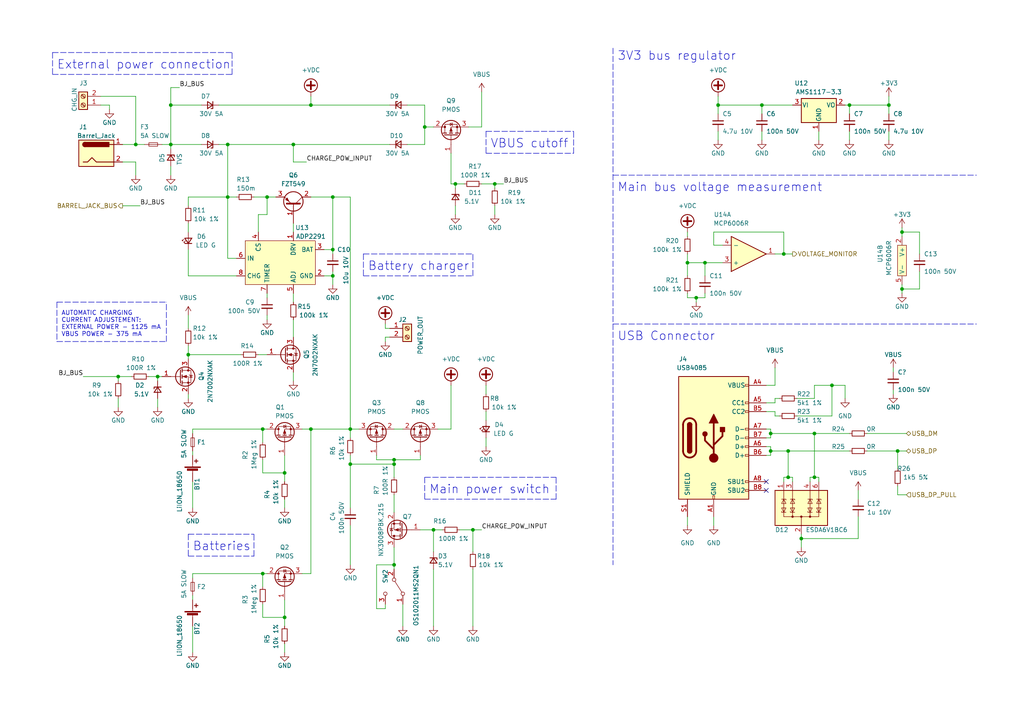
<source format=kicad_sch>
(kicad_sch (version 20211123) (generator eeschema)
  (paper "A4")
  (junction (at 66.04 41.91))
  (junction (at 223.52 130.81))
  (junction (at 261.62 67.31))
  (junction (at 246.38 30.48))
  (junction (at 49.53 41.91))
  (junction (at 236.22 125.73))
  (junction (at 236.22 138.43))
  (junction (at 125.73 153.67))
  (junction (at 85.09 41.91))
  (junction (at 137.16 153.67))
  (junction (at 114.3 163.83))
  (junction (at 82.55 137.16))
  (junction (at 227.33 73.66))
  (junction (at 232.41 156.21))
  (junction (at 132.08 53.34))
  (junction (at 54.61 102.87))
  (junction (at 34.29 109.22))
  (junction (at 49.53 30.48))
  (junction (at 220.98 30.48))
  (junction (at 114.3 134.62))
  (junction (at 101.6 134.62))
  (junction (at 82.55 179.07))
  (junction (at 257.81 30.48))
  (junction (at 204.47 76.2))
  (junction (at 223.52 125.73))
  (junction (at 261.62 83.82))
  (junction (at 76.2 166.37))
  (junction (at 96.52 57.15))
  (junction (at 76.2 124.46))
  (junction (at 45.72 109.22))
  (junction (at 201.93 86.36))
  (junction (at 143.51 53.34))
  (junction (at 208.28 30.48))
  (junction (at 90.17 30.48))
  (junction (at 90.17 124.46))
  (junction (at 66.04 57.15))
  (junction (at 96.52 72.39))
  (junction (at 39.37 41.91))
  (junction (at 228.6 138.43))
  (junction (at 199.39 76.2))
  (junction (at 114.3 133.35))
  (junction (at 228.6 130.81))
  (junction (at 77.47 57.15))
  (junction (at 96.52 80.01))
  (junction (at 123.19 36.83))
  (junction (at 260.35 130.81))
  (junction (at 241.3 111.76))
  (junction (at 101.6 124.46))
  (no_connect (at 222.25 142.24))
  (no_connect (at 222.25 139.7))
  (polyline (pts (xy 140.97 38.1) (xy 140.97 44.45)))
  (wire (pts (xy 260.35 143.51) (xy 260.35 140.97)))
  (wire (pts (xy 137.16 153.67) (xy 137.16 160.02)))
  (wire (pts (xy 114.3 143.51) (xy 114.3 148.59)))
  (wire (pts (xy 96.52 72.39) (xy 96.52 57.15)))
  (wire (pts (xy 261.62 83.82) (xy 261.62 85.09)))
  (polyline (pts (xy 177.8 50.8) (xy 283.21 50.8)))
  (wire (pts (xy 199.39 149.86) (xy 199.39 152.4)))
  (wire (pts (xy 231.14 120.65) (xy 241.3 120.65)))
  (wire (pts (xy 76.2 166.37) (xy 77.47 166.37)))
  (wire (pts (xy 114.3 133.35) (xy 121.92 133.35)))
  (wire (pts (xy 39.37 41.91) (xy 41.91 41.91)))
  (wire (pts (xy 208.28 30.48) (xy 208.28 33.02)))
  (wire (pts (xy 222.25 119.38) (xy 224.79 119.38)))
  (wire (pts (xy 224.79 115.57) (xy 226.06 115.57)))
  (wire (pts (xy 220.98 38.1) (xy 220.98 40.64)))
  (wire (pts (xy 234.95 139.7) (xy 234.95 138.43)))
  (wire (pts (xy 266.7 73.66) (xy 266.7 67.31)))
  (polyline (pts (xy 16.51 87.63) (xy 16.51 99.06)))
  (wire (pts (xy 76.2 137.16) (xy 82.55 137.16)))
  (wire (pts (xy 101.6 124.46) (xy 101.6 127)))
  (wire (pts (xy 123.19 41.91) (xy 118.11 41.91)))
  (wire (pts (xy 114.3 163.83) (xy 114.3 165.1)))
  (wire (pts (xy 52.07 25.4) (xy 49.53 25.4)))
  (wire (pts (xy 224.79 73.66) (xy 227.33 73.66)))
  (wire (pts (xy 109.22 132.08) (xy 109.22 133.35)))
  (wire (pts (xy 45.72 115.57) (xy 45.72 118.11)))
  (wire (pts (xy 199.39 76.2) (xy 199.39 80.01)))
  (wire (pts (xy 77.47 85.09) (xy 77.47 86.36)))
  (wire (pts (xy 248.92 149.86) (xy 248.92 156.21)))
  (wire (pts (xy 55.88 124.46) (xy 55.88 125.73)))
  (wire (pts (xy 111.76 175.26) (xy 111.76 176.53)))
  (wire (pts (xy 222.25 111.76) (xy 224.79 111.76)))
  (wire (pts (xy 31.75 30.48) (xy 31.75 31.75)))
  (wire (pts (xy 132.08 53.34) (xy 130.81 53.34)))
  (wire (pts (xy 111.76 95.25) (xy 113.03 95.25)))
  (wire (pts (xy 85.09 41.91) (xy 113.03 41.91)))
  (wire (pts (xy 234.95 138.43) (xy 236.22 138.43)))
  (wire (pts (xy 236.22 115.57) (xy 236.22 111.76)))
  (wire (pts (xy 116.84 175.26) (xy 116.84 181.61)))
  (polyline (pts (xy 105.41 80.01) (xy 137.16 80.01)))
  (wire (pts (xy 121.92 132.08) (xy 121.92 133.35)))
  (wire (pts (xy 101.6 134.62) (xy 114.3 134.62)))
  (wire (pts (xy 140.97 119.38) (xy 140.97 121.92)))
  (wire (pts (xy 46.99 41.91) (xy 49.53 41.91)))
  (wire (pts (xy 133.35 153.67) (xy 137.16 153.67)))
  (polyline (pts (xy 140.97 44.45) (xy 166.37 44.45)))
  (wire (pts (xy 232.41 156.21) (xy 248.92 156.21)))
  (wire (pts (xy 29.21 27.94) (xy 39.37 27.94)))
  (wire (pts (xy 251.46 130.81) (xy 260.35 130.81)))
  (wire (pts (xy 85.09 46.99) (xy 88.9 46.99)))
  (wire (pts (xy 140.97 111.76) (xy 140.97 114.3)))
  (wire (pts (xy 39.37 27.94) (xy 39.37 41.91)))
  (wire (pts (xy 248.92 142.24) (xy 248.92 144.78)))
  (wire (pts (xy 93.98 72.39) (xy 96.52 72.39)))
  (wire (pts (xy 260.35 130.81) (xy 260.35 135.89)))
  (wire (pts (xy 222.25 116.84) (xy 224.79 116.84)))
  (wire (pts (xy 35.56 46.99) (xy 39.37 46.99)))
  (polyline (pts (xy 15.24 15.24) (xy 15.24 21.59)))
  (wire (pts (xy 54.61 102.87) (xy 69.85 102.87)))
  (wire (pts (xy 143.51 59.69) (xy 143.51 62.23)))
  (polyline (pts (xy 161.29 144.78) (xy 161.29 138.43)))
  (wire (pts (xy 39.37 46.99) (xy 39.37 50.8)))
  (wire (pts (xy 137.16 165.1) (xy 137.16 181.61)))
  (wire (pts (xy 127 124.46) (xy 130.81 124.46)))
  (wire (pts (xy 223.52 129.54) (xy 223.52 130.81)))
  (wire (pts (xy 123.19 36.83) (xy 125.73 36.83)))
  (wire (pts (xy 101.6 124.46) (xy 104.14 124.46)))
  (wire (pts (xy 259.08 106.68) (xy 259.08 107.95)))
  (wire (pts (xy 73.66 57.15) (xy 77.47 57.15)))
  (wire (pts (xy 66.04 41.91) (xy 85.09 41.91)))
  (wire (pts (xy 232.41 154.94) (xy 232.41 156.21)))
  (wire (pts (xy 76.2 166.37) (xy 76.2 170.18)))
  (wire (pts (xy 228.6 138.43) (xy 229.87 138.43)))
  (wire (pts (xy 132.08 53.34) (xy 132.08 54.61)))
  (wire (pts (xy 228.6 130.81) (xy 223.52 130.81)))
  (wire (pts (xy 209.55 71.12) (xy 207.01 71.12)))
  (wire (pts (xy 236.22 125.73) (xy 236.22 138.43)))
  (wire (pts (xy 208.28 38.1) (xy 208.28 40.64)))
  (wire (pts (xy 58.42 30.48) (xy 49.53 30.48)))
  (wire (pts (xy 246.38 30.48) (xy 246.38 33.02)))
  (wire (pts (xy 49.53 25.4) (xy 49.53 30.48)))
  (wire (pts (xy 66.04 41.91) (xy 66.04 57.15)))
  (wire (pts (xy 55.88 181.61) (xy 55.88 189.23)))
  (wire (pts (xy 101.6 132.08) (xy 101.6 134.62)))
  (wire (pts (xy 35.56 59.69) (xy 40.64 59.69)))
  (wire (pts (xy 34.29 109.22) (xy 34.29 110.49)))
  (wire (pts (xy 260.35 130.81) (xy 262.89 130.81)))
  (wire (pts (xy 54.61 100.33) (xy 54.61 102.87)))
  (wire (pts (xy 66.04 74.93) (xy 68.58 74.93)))
  (wire (pts (xy 77.47 91.44) (xy 77.47 92.71)))
  (wire (pts (xy 137.16 153.67) (xy 139.7 153.67)))
  (wire (pts (xy 85.09 92.71) (xy 85.09 97.79)))
  (wire (pts (xy 251.46 125.73) (xy 262.89 125.73)))
  (wire (pts (xy 123.19 36.83) (xy 123.19 41.91)))
  (wire (pts (xy 82.55 132.08) (xy 82.55 137.16)))
  (wire (pts (xy 143.51 53.34) (xy 143.51 54.61)))
  (wire (pts (xy 45.72 109.22) (xy 46.99 109.22)))
  (wire (pts (xy 55.88 172.72) (xy 55.88 173.99)))
  (wire (pts (xy 237.49 138.43) (xy 237.49 139.7)))
  (wire (pts (xy 222.25 129.54) (xy 223.52 129.54)))
  (wire (pts (xy 220.98 30.48) (xy 220.98 33.02)))
  (wire (pts (xy 85.09 64.77) (xy 85.09 67.31)))
  (wire (pts (xy 118.11 30.48) (xy 123.19 30.48)))
  (polyline (pts (xy 105.41 73.66) (xy 137.16 73.66)))
  (wire (pts (xy 222.25 132.08) (xy 223.52 132.08)))
  (wire (pts (xy 130.81 44.45) (xy 130.81 53.34)))
  (wire (pts (xy 55.88 166.37) (xy 76.2 166.37)))
  (wire (pts (xy 201.93 86.36) (xy 201.93 87.63)))
  (wire (pts (xy 227.33 139.7) (xy 227.33 138.43)))
  (wire (pts (xy 93.98 80.01) (xy 96.52 80.01)))
  (wire (pts (xy 227.33 138.43) (xy 228.6 138.43)))
  (wire (pts (xy 101.6 134.62) (xy 101.6 147.32)))
  (wire (pts (xy 34.29 115.57) (xy 34.29 118.11)))
  (wire (pts (xy 45.72 109.22) (xy 45.72 110.49)))
  (wire (pts (xy 246.38 38.1) (xy 246.38 40.64)))
  (wire (pts (xy 257.81 38.1) (xy 257.81 40.64)))
  (wire (pts (xy 199.39 85.09) (xy 199.39 86.36)))
  (wire (pts (xy 68.58 57.15) (xy 66.04 57.15)))
  (wire (pts (xy 90.17 124.46) (xy 101.6 124.46)))
  (wire (pts (xy 201.93 86.36) (xy 204.47 86.36)))
  (wire (pts (xy 55.88 130.81) (xy 55.88 132.08)))
  (wire (pts (xy 85.09 107.95) (xy 85.09 110.49)))
  (wire (pts (xy 130.81 111.76) (xy 130.81 124.46)))
  (wire (pts (xy 199.39 76.2) (xy 204.47 76.2)))
  (wire (pts (xy 76.2 175.26) (xy 76.2 179.07)))
  (wire (pts (xy 132.08 59.69) (xy 132.08 62.23)))
  (polyline (pts (xy 54.61 161.29) (xy 73.66 161.29)))
  (wire (pts (xy 236.22 125.73) (xy 246.38 125.73)))
  (wire (pts (xy 222.25 124.46) (xy 223.52 124.46)))
  (polyline (pts (xy 166.37 44.45) (xy 166.37 38.1)))
  (wire (pts (xy 96.52 57.15) (xy 90.17 57.15)))
  (wire (pts (xy 245.11 30.48) (xy 246.38 30.48)))
  (wire (pts (xy 82.55 144.78) (xy 82.55 147.32)))
  (wire (pts (xy 236.22 111.76) (xy 241.3 111.76)))
  (polyline (pts (xy 15.24 15.24) (xy 67.31 15.24)))
  (wire (pts (xy 257.81 30.48) (xy 257.81 27.94)))
  (wire (pts (xy 54.61 102.87) (xy 54.61 104.14)))
  (wire (pts (xy 66.04 57.15) (xy 66.04 74.93)))
  (polyline (pts (xy 67.31 21.59) (xy 67.31 15.24)))
  (wire (pts (xy 96.52 72.39) (xy 96.52 73.66)))
  (wire (pts (xy 109.22 133.35) (xy 114.3 133.35)))
  (wire (pts (xy 109.22 176.53) (xy 109.22 163.83)))
  (wire (pts (xy 76.2 124.46) (xy 76.2 128.27)))
  (wire (pts (xy 54.61 57.15) (xy 66.04 57.15)))
  (wire (pts (xy 208.28 27.94) (xy 208.28 30.48)))
  (wire (pts (xy 261.62 66.04) (xy 261.62 67.31)))
  (wire (pts (xy 114.3 134.62) (xy 114.3 138.43)))
  (wire (pts (xy 132.08 53.34) (xy 134.62 53.34)))
  (wire (pts (xy 223.52 125.73) (xy 223.52 127)))
  (wire (pts (xy 24.13 109.22) (xy 34.29 109.22)))
  (wire (pts (xy 224.79 106.68) (xy 224.79 111.76)))
  (wire (pts (xy 236.22 138.43) (xy 237.49 138.43)))
  (wire (pts (xy 229.87 138.43) (xy 229.87 139.7)))
  (wire (pts (xy 123.19 30.48) (xy 123.19 36.83)))
  (wire (pts (xy 96.52 78.74) (xy 96.52 80.01)))
  (wire (pts (xy 266.7 67.31) (xy 261.62 67.31)))
  (wire (pts (xy 76.2 124.46) (xy 77.47 124.46)))
  (wire (pts (xy 245.11 111.76) (xy 245.11 115.57)))
  (polyline (pts (xy 140.97 38.1) (xy 166.37 38.1)))
  (wire (pts (xy 261.62 82.55) (xy 261.62 83.82)))
  (polyline (pts (xy 123.19 144.78) (xy 161.29 144.78)))
  (wire (pts (xy 54.61 59.69) (xy 54.61 57.15)))
  (wire (pts (xy 111.76 176.53) (xy 109.22 176.53)))
  (wire (pts (xy 49.53 41.91) (xy 49.53 43.18)))
  (wire (pts (xy 227.33 67.31) (xy 227.33 73.66)))
  (wire (pts (xy 228.6 130.81) (xy 228.6 138.43)))
  (polyline (pts (xy 123.19 138.43) (xy 123.19 144.78)))
  (polyline (pts (xy 54.61 154.94) (xy 54.61 161.29)))
  (wire (pts (xy 55.88 139.7) (xy 55.88 147.32)))
  (wire (pts (xy 231.14 115.57) (xy 236.22 115.57)))
  (wire (pts (xy 45.72 109.22) (xy 43.18 109.22)))
  (wire (pts (xy 63.5 41.91) (xy 66.04 41.91)))
  (wire (pts (xy 111.76 99.06) (xy 111.76 97.79)))
  (wire (pts (xy 85.09 85.09) (xy 85.09 87.63)))
  (polyline (pts (xy 73.66 161.29) (xy 73.66 154.94)))
  (wire (pts (xy 54.61 114.3) (xy 54.61 115.57)))
  (polyline (pts (xy 177.8 13.97) (xy 177.8 163.83)))
  (wire (pts (xy 109.22 163.83) (xy 114.3 163.83)))
  (wire (pts (xy 54.61 91.44) (xy 54.61 95.25)))
  (wire (pts (xy 266.7 83.82) (xy 261.62 83.82)))
  (wire (pts (xy 38.1 109.22) (xy 34.29 109.22)))
  (polyline (pts (xy 54.61 154.94) (xy 73.66 154.94)))
  (wire (pts (xy 246.38 30.48) (xy 257.81 30.48)))
  (polyline (pts (xy 137.16 80.01) (xy 137.16 73.66)))
  (wire (pts (xy 139.7 53.34) (xy 143.51 53.34)))
  (wire (pts (xy 140.97 127) (xy 140.97 129.54)))
  (wire (pts (xy 90.17 166.37) (xy 90.17 124.46)))
  (wire (pts (xy 224.79 119.38) (xy 224.79 120.65)))
  (polyline (pts (xy 16.51 99.06) (xy 48.26 99.06)))
  (wire (pts (xy 257.81 30.48) (xy 257.81 33.02)))
  (polyline (pts (xy 48.26 99.06) (xy 48.26 87.63)))
  (wire (pts (xy 82.55 179.07) (xy 82.55 181.61)))
  (wire (pts (xy 82.55 186.69) (xy 82.55 189.23)))
  (wire (pts (xy 143.51 53.34) (xy 146.05 53.34)))
  (wire (pts (xy 82.55 137.16) (xy 82.55 139.7)))
  (wire (pts (xy 87.63 124.46) (xy 90.17 124.46)))
  (wire (pts (xy 77.47 62.23) (xy 77.47 57.15)))
  (wire (pts (xy 223.52 124.46) (xy 223.52 125.73)))
  (wire (pts (xy 77.47 57.15) (xy 80.01 57.15)))
  (wire (pts (xy 237.49 38.1) (xy 237.49 40.64)))
  (wire (pts (xy 55.88 166.37) (xy 55.88 167.64)))
  (wire (pts (xy 139.7 36.83) (xy 139.7 26.67)))
  (wire (pts (xy 220.98 30.48) (xy 229.87 30.48)))
  (wire (pts (xy 208.28 30.48) (xy 220.98 30.48)))
  (wire (pts (xy 261.62 67.31) (xy 261.62 68.58)))
  (wire (pts (xy 63.5 30.48) (xy 90.17 30.48)))
  (wire (pts (xy 101.6 152.4) (xy 101.6 163.83)))
  (wire (pts (xy 224.79 120.65) (xy 226.06 120.65)))
  (wire (pts (xy 54.61 72.39) (xy 54.61 80.01)))
  (wire (pts (xy 199.39 73.66) (xy 199.39 76.2)))
  (wire (pts (xy 76.2 179.07) (xy 82.55 179.07)))
  (wire (pts (xy 29.21 30.48) (xy 31.75 30.48)))
  (wire (pts (xy 54.61 64.77) (xy 54.61 67.31)))
  (wire (pts (xy 111.76 97.79) (xy 113.03 97.79)))
  (wire (pts (xy 135.89 36.83) (xy 139.7 36.83)))
  (polyline (pts (xy 16.51 87.63) (xy 48.26 87.63)))
  (wire (pts (xy 87.63 166.37) (xy 90.17 166.37)))
  (wire (pts (xy 96.52 57.15) (xy 101.6 57.15)))
  (wire (pts (xy 199.39 86.36) (xy 201.93 86.36)))
  (wire (pts (xy 121.92 153.67) (xy 125.73 153.67)))
  (wire (pts (xy 49.53 30.48) (xy 49.53 41.91)))
  (wire (pts (xy 125.73 165.1) (xy 125.73 181.61)))
  (polyline (pts (xy 177.8 93.98) (xy 283.21 93.98)))
  (wire (pts (xy 85.09 41.91) (xy 85.09 46.99)))
  (wire (pts (xy 74.93 62.23) (xy 77.47 62.23)))
  (wire (pts (xy 232.41 156.21) (xy 232.41 158.75)))
  (polyline (pts (xy 123.19 138.43) (xy 161.29 138.43)))
  (wire (pts (xy 207.01 149.86) (xy 207.01 152.4)))
  (wire (pts (xy 114.3 158.75) (xy 114.3 163.83)))
  (wire (pts (xy 228.6 130.81) (xy 246.38 130.81)))
  (wire (pts (xy 266.7 78.74) (xy 266.7 83.82)))
  (wire (pts (xy 96.52 80.01) (xy 96.52 82.55)))
  (wire (pts (xy 207.01 67.31) (xy 227.33 67.31)))
  (wire (pts (xy 227.33 73.66) (xy 229.87 73.66)))
  (wire (pts (xy 236.22 125.73) (xy 223.52 125.73)))
  (wire (pts (xy 223.52 130.81) (xy 223.52 132.08)))
  (wire (pts (xy 114.3 124.46) (xy 116.84 124.46)))
  (wire (pts (xy 39.37 41.91) (xy 35.56 41.91)))
  (wire (pts (xy 76.2 133.35) (xy 76.2 137.16)))
  (wire (pts (xy 204.47 76.2) (xy 209.55 76.2)))
  (polyline (pts (xy 105.41 73.66) (xy 105.41 80.01)))
  (wire (pts (xy 90.17 30.48) (xy 113.03 30.48)))
  (wire (pts (xy 90.17 27.94) (xy 90.17 30.48)))
  (wire (pts (xy 82.55 173.99) (xy 82.55 179.07)))
  (wire (pts (xy 55.88 124.46) (xy 76.2 124.46)))
  (polyline (pts (xy 15.24 21.59) (xy 67.31 21.59)))
  (wire (pts (xy 49.53 48.26) (xy 49.53 50.8)))
  (wire (pts (xy 125.73 153.67) (xy 128.27 153.67)))
  (wire (pts (xy 54.61 80.01) (xy 68.58 80.01)))
  (wire (pts (xy 49.53 41.91) (xy 58.42 41.91)))
  (wire (pts (xy 204.47 86.36) (xy 204.47 85.09)))
  (wire (pts (xy 207.01 71.12) (xy 207.01 67.31)))
  (wire (pts (xy 241.3 111.76) (xy 245.11 111.76)))
  (wire (pts (xy 114.3 133.35) (xy 114.3 134.62)))
  (wire (pts (xy 101.6 57.15) (xy 101.6 124.46)))
  (wire (pts (xy 199.39 67.31) (xy 199.39 68.58)))
  (wire (pts (xy 224.79 116.84) (xy 224.79 115.57)))
  (wire (pts (xy 223.52 127) (xy 222.25 127)))
  (wire (pts (xy 241.3 120.65) (xy 241.3 111.76)))
  (wire (pts (xy 125.73 153.67) (xy 125.73 160.02)))
  (wire (pts (xy 259.08 113.03) (xy 259.08 114.3)))
  (wire (pts (xy 74.93 67.31) (xy 74.93 62.23)))
  (wire (pts (xy 204.47 76.2) (xy 204.47 80.01)))
  (wire (pts (xy 111.76 93.98) (xy 111.76 95.25)))
  (wire (pts (xy 260.35 143.51) (xy 262.89 143.51)))
  (wire (pts (xy 77.47 102.87) (xy 74.93 102.87)))
  (text "Main power switch" (at 124.46 143.51 0) (effects (font (size 2.5 2.5)) (justify left bottom)))
  (text "AUTOMATIC CHARGING \nCURRENT ADJUSTEMENT:\nEXTERNAL POWER - 1125 mA\nVBUS POWER - 375 mA\n" (at 17.78 97.79 0) (effects (font (size 1.27 1.27)) (justify left bottom)))
  (text "Battery charger" (at 106.68 78.74 0) (effects (font (size 2.5 2.5)) (justify left bottom)))
  (text "External power connection" (at 16.51 20.32 0) (effects (font (size 2.5 2.5)) (justify left bottom)))
  (text "Main bus voltage measurement" (at 179.07 55.88 0) (effects (font (size 2.5 2.5)) (justify left bottom)))
  (text "VBUS cutoff" (at 142.24 43.18 0) (effects (font (size 2.5 2.5)) (justify left bottom)))
  (text "Batteries" (at 55.88 160.02 0) (effects (font (size 2.5 2.5)) (justify left bottom)))
  (text "3V3 bus regulator" (at 179.07 17.78 0) (effects (font (size 2.5 2.5)) (justify left bottom)))
  (text "USB Connector" (at 179.07 99.06 0) (effects (font (size 2.5 2.5)) (justify left bottom)))
  (label "BJ_BUS" (at 24.13 109.22 180))
  (label "BJ_BUS" (at 40.64 59.69 0))
  (label "CHARGE_POW_INPUT" (at 139.7 153.67 0))
  (label "BJ_BUS" (at 146.05 53.34 0))
  (label "BJ_BUS" (at 52.07 25.4 0))
  (label "CHARGE_POW_INPUT" (at 88.9 46.99 0))
  (hierarchical_label "USB_DM" (shape bidirectional) (at 262.89 125.73 0))
  (hierarchical_label "BARREL_JACK_BUS" (shape output) (at 35.56 59.69 180))
  (hierarchical_label "USB_DP_PULL" (shape input) (at 262.89 143.51 0))
  (hierarchical_label "VOLTAGE_MONITOR" (shape output) (at 229.87 73.66 0))
  (hierarchical_label "USB_DP" (shape bidirectional) (at 262.89 130.81 0))
  (symbol (lib_id "Device:D_Zener_Small") (at 49.53 45.72 270) (unit 1)
    (property "Reference" "D5" (at 46.99 44.45 0) (effects (justify left)))
    (property "Value" "TVS" (at 52.07 44.45 0) (effects (justify left)))
    (property "Footprint" "Diode_SMD:D_SMA" (effects hide))
    (property "Datasheet" "https://my.centralsemi.com/datasheets/CMZ5921B.PDF" (effects hide))
    (property "M" "Central Semiconductor" (effects hide))
    (property "MPN" "CMZ5934B TR13 PBFREE" (effects hide))
  )
  (symbol (lib_id "power:VBUS") (at 259.08 106.68 0) (unit 1)
    (property "Reference" "#PWR?" (effects hide))
    (property "Value" "VBUS" (at 259.08 102.87 0))
  )
  (symbol (lib_id "Device:R_Small") (at 260.35 138.43 0) (mirror y) (unit 1)
    (property "Reference" "R26" (at 264.16 135.89 0) (effects (justify left)))
    (property "Value" "1k5 5%" (at 269.24 138.43 0) (effects (justify left)))
    (property "Footprint" "Resistor_SMD:R_0603_1608Metric_Pad0.98x0.95mm_HandSolder" (effects hide))
  )
  (symbol (lib_id "power:GND") (at 245.11 115.57 0) (unit 1)
    (property "Reference" "#PWR049" (effects hide))
    (property "Value" "GND" (at 245.11 120.65 0))
  )
  (symbol (lib_id "power:+VDC") (at 208.28 27.94 0) (unit 1)
    (property "Reference" "#PWR044" (effects hide))
    (property "Value" "+VDC" (at 208.28 20.32 0))
  )
  (symbol (lib_id "Device:C_Small") (at 259.08 110.49 0) (unit 1)
    (property "Reference" "C?" (at 260.35 107.95 0) (effects (justify left)))
    (property "Value" "100n 50V" (at 260.35 113.03 0) (effects (justify left)))
    (property "Footprint" "Capacitor_SMD:C_0603_1608Metric" (effects hide))
  )
  (symbol (lib_id "Device:Q_PMOS_GDS") (at 82.55 127 90) (unit 1)
    (property "Reference" "Q1" (at 81.28 118.11 90))
    (property "Value" "PMOS" (at 82.55 120.65 90))
    (property "Footprint" "Package_TO_SOT_SMD:TO-252-2" (effects hide))
    (property "Datasheet" "https://www.mouser.pl/datasheet/2/308/1/FDD306P_D-2312100.pdf" (effects hide))
    (property "M" "Fairchild" (effects hide))
    (property "MPN" "FDD306P" (effects hide))
  )
  (symbol (lib_id "power:GND") (at 220.98 40.64 0) (unit 1)
    (property "Reference" "#PWR024" (effects hide))
    (property "Value" "GND" (at 220.98 44.45 0))
  )
  (symbol (lib_id "power:+VDC") (at 111.76 93.98 0) (unit 1)
    (property "Reference" "#PWR041" (effects hide))
    (property "Value" "+VDC" (at 111.76 86.36 0))
  )
  (symbol (lib_id "Transistor_FET:2N7002") (at 82.55 102.87 0) (unit 1)
    (property "Reference" "Q5" (at 88.9 104.14 90) (effects (justify left)))
    (property "Value" "2N7002NXAK" (at 91.44 109.22 90) (effects (justify left)))
    (property "Footprint" "Package_TO_SOT_SMD:SOT-23" (effects hide))
    (property "Datasheet" "https://www.onsemi.com/pub/Collateral/NDS7002A-D.PDF" (effects hide))
    (property "M" "onsemi" (effects hide))
    (property "MPN" "2N7002NXAK" (effects hide))
  )
  (symbol (lib_id "Device:C_Small") (at 246.38 35.56 0) (unit 1)
    (property "Reference" "C7" (at 247.65 33.02 0) (effects (justify left)))
    (property "Value" "100n 50V" (at 247.65 38.1 0) (effects (justify left)))
    (property "Footprint" "Capacitor_SMD:C_0603_1608Metric" (effects hide))
  )
  (symbol (lib_id "Transistor_FET:2N7002") (at 52.07 109.22 0) (unit 1)
    (property "Reference" "Q4" (at 58.42 110.49 90) (effects (justify left)))
    (property "Value" "2N7002NXAK" (at 60.96 116.84 90) (effects (justify left)))
    (property "Footprint" "Package_TO_SOT_SMD:SOT-23" (effects hide))
    (property "Datasheet" "https://www.onsemi.com/pub/Collateral/NDS7002A-D.PDF" (effects hide))
    (property "M" "onsemi" (effects hide))
    (property "MPN" "2N7002NXAK" (effects hide))
  )
  (symbol (lib_id "power:GND") (at 125.73 181.61 0) (unit 1)
    (property "Reference" "#PWR034" (effects hide))
    (property "Value" "GND" (at 125.73 185.42 0))
  )
  (symbol (lib_id "power:GND") (at 77.47 92.71 0) (unit 1)
    (property "Reference" "#PWR030" (effects hide))
    (property "Value" "GND" (at 77.47 96.52 0))
  )
  (symbol (lib_id "Regulator_Linear:AMS1117-3.3") (at 237.49 30.48 0) (unit 1)
    (property "Reference" "U12" (at 232.41 24.13 0))
    (property "Value" "AMS1117-3.3" (at 237.49 26.67 0))
    (property "Footprint" "Package_TO_SOT_SMD:SOT-223-3_TabPin2" (effects hide))
    (property "Datasheet" "http://www.advanced-monolithic.com/pdf/ds1117.pdf" (effects hide))
    (property "M" "TI" (effects hide))
    (property "MPN" "LM1117MPX-3.3/NOPB" (effects hide))
  )
  (symbol (lib_id "power:GND") (at 55.88 189.23 0) (unit 1)
    (property "Reference" "#PWR010" (effects hide))
    (property "Value" "GND" (at 55.88 193.04 0))
  )
  (symbol (lib_id "Switch:SW_SPDT") (at 114.3 170.18 270) (unit 1)
    (property "Reference" "SW2" (at 111.76 165.1 0) (effects (justify left)))
    (property "Value" "OS102011MS2QN1" (at 120.65 163.83 0) (effects (justify left)))
    (property "Footprint" "Button_Switch_THT:SW_Slide_1P2T_CK_OS102011MS2Q" (effects hide))
    (property "M" "C&K" (effects hide))
    (property "MPN" "OS102011MS2QN1" (effects hide))
  )
  (symbol (lib_id "Device:C_Small") (at 208.28 35.56 0) (unit 1)
    (property "Reference" "C5" (at 209.55 33.02 0) (effects (justify left)))
    (property "Value" "4.7u 10V" (at 209.55 38.1 0) (effects (justify left)))
    (property "Footprint" "Capacitor_SMD:C_0805_2012Metric" (effects hide))
  )
  (symbol (lib_id "Device:R_Small") (at 228.6 115.57 270) (unit 1)
    (property "Reference" "R22" (at 231.14 114.3 90) (effects (justify left)))
    (property "Value" "5k1 1%" (at 231.14 116.84 90) (effects (justify left)))
    (property "Footprint" "Resistor_SMD:R_0603_1608Metric_Pad0.98x0.95mm_HandSolder" (effects hide))
  )
  (symbol (lib_id "Device:D_Zener_Small") (at 115.57 30.48 0) (unit 1)
    (property "Reference" "D9" (at 113.03 27.94 0) (effects (justify left)))
    (property "Value" "30V 5A" (at 111.76 33.02 0) (effects (justify left)))
    (property "Footprint" "Diode_SMD:D_SOD-128" (effects hide))
    (property "Datasheet" "https://www.mouser.pl/datasheet/2/916/PMEG3050EP-2938519.pdf" (effects hide))
    (property "M" "Nexperia" (effects hide))
    (property "MPN" "PMEG3050EP,115" (effects hide))
  )
  (symbol (lib_id "Connector:Barrel_Jack") (at 27.94 44.45 0) (unit 1)
    (property "Reference" "J1" (at 24.13 36.83 0))
    (property "Value" "Barrel_Jack" (at 27.94 39.37 0))
    (property "Footprint" "Connector_BarrelJack:BarrelJack_GCT_DCJ200-10-A_Horizontal" (effects hide))
    (property "Datasheet" "https://www.mouser.com/catalog/additional/Gravitech_CON_SOCJ_2155.jpg" (effects hide))
    (property "M" "Gravitech" (effects hide))
    (property "MPN" "CON-SOCJ-2155" (effects hide))
  )
  (symbol (lib_id "power:VBUS") (at 224.79 106.68 0) (unit 1)
    (property "Reference" "#PWR047" (effects hide))
    (property "Value" "VBUS" (at 224.79 101.6 0))
  )
  (symbol (lib_id "Device:R_Small") (at 82.55 142.24 0) (unit 1)
    (property "Reference" "R4" (at 77.47 144.78 90) (effects (justify left)))
    (property "Value" " 10k 1%" (at 80.01 147.32 90) (effects (justify left)))
    (property "Footprint" "Resistor_SMD:R_0603_1608Metric_Pad0.98x0.95mm_HandSolder" (effects hide))
  )
  (symbol (lib_id "Connector:USB_C_Receptacle_USB2.0") (at 207.01 127 0) (unit 1)
    (property "Reference" "J4" (at 198.12 104.14 0))
    (property "Value" "USB4085" (at 200.66 106.68 0))
    (property "Footprint" "GCT_USB4085:USB_C_Receptacle_GCT_USB4085" (effects hide))
    (property "Datasheet" "https://www.usb.org/sites/default/files/documents/usb_type-c.zip" (effects hide))
    (property "M" "GCT" (effects hide))
    (property "MPN" "USB4085" (effects hide))
  )
  (symbol (lib_id "power:GND") (at 49.53 50.8 0) (mirror y) (unit 1)
    (property "Reference" "#PWR020" (effects hide))
    (property "Value" "GND" (at 49.53 54.61 0))
  )
  (symbol (lib_id "Device:R_Small") (at 34.29 113.03 0) (mirror x) (unit 1)
    (property "Reference" "R9" (at 26.67 111.76 0) (effects (justify left)))
    (property "Value" "10k 1%" (at 25.4 114.3 0) (effects (justify left)))
    (property "Footprint" "Resistor_SMD:R_0603_1608Metric_Pad0.98x0.95mm_HandSolder" (effects hide))
  )
  (symbol (lib_id "power:GND") (at 232.41 158.75 0) (unit 1)
    (property "Reference" "#PWR048" (effects hide))
    (property "Value" "GND" (at 232.41 162.56 0))
  )
  (symbol (lib_id "Connector:Screw_Terminal_01x02") (at 24.13 30.48 180) (unit 1)
    (property "Reference" "J3" (at 25.4 24.13 0) (effects (justify left)))
    (property "Value" "CHG_IN" (at 21.59 25.4 90) (effects (justify left)))
    (property "Footprint" "TerminalBlock:TerminalBlock_bornier-2_P5.08mm" (effects hide))
  )
  (symbol (lib_name "AD8541ARTZ_1") (lib_id "AD8541ARTZ:AD8541ARTZ") (at 261.62 76.2 0) (unit 2)
    (property "Reference" "U14" (at 255.27 76.2 90) (effects (justify left)))
    (property "Value" "MCP6006R" (at 257.81 80.01 90) (effects (justify left)))
    (property "Footprint" "Package_TO_SOT_SMD:SOT-23-5" (effects hide))
    (property "Datasheet" "https://eu.mouser.com/datasheet/2/256/MAX4249_MAX4257-1291675.pdf" (effects hide))
    (property "M" "Microchip Technology" (effects hide))
    (property "MPN" "MCP6006RT-E/OT" (effects hide))
  )
  (symbol (lib_id "Device:R_Small") (at 130.81 153.67 90) (unit 1)
    (property "Reference" "R16" (at 129.54 151.13 90) (effects (justify left)))
    (property "Value" " 100R 1%" (at 135.89 156.21 90) (effects (justify left)))
    (property "Footprint" "Resistor_SMD:R_0603_1608Metric_Pad0.98x0.95mm_HandSolder" (effects hide))
  )
  (symbol (lib_id "Device:D_Zener_Small") (at 60.96 41.91 180) (unit 1)
    (property "Reference" "D8" (at 60.96 39.37 0) (effects (justify left)))
    (property "Value" "30V 5A" (at 64.77 44.45 0) (effects (justify left)))
    (property "Footprint" "Diode_SMD:D_SOD-128" (effects hide))
    (property "Datasheet" "https://www.mouser.pl/datasheet/2/916/PMEG3050EP-2938519.pdf" (effects hide))
    (property "M" "Nexperia" (effects hide))
    (property "MPN" "PMEG3050EP,115" (effects hide))
  )
  (symbol (lib_id "Device:C_Small") (at 204.47 82.55 0) (unit 1)
    (property "Reference" "C11" (at 205.74 80.01 0) (effects (justify left)))
    (property "Value" "100n 50V" (at 205.74 85.09 0) (effects (justify left)))
    (property "Footprint" "Capacitor_SMD:C_0603_1608Metric" (effects hide))
  )
  (symbol (lib_id "Device:R_Small") (at 76.2 130.81 0) (unit 1)
    (property "Reference" "R2" (at 71.12 133.35 90) (effects (justify left)))
    (property "Value" " 1Meg 1%" (at 73.66 137.16 90) (effects (justify left)))
    (property "Footprint" "Resistor_SMD:R_0603_1608Metric_Pad0.98x0.95mm_HandSolder" (effects hide))
  )
  (symbol (lib_id "power:+VDC") (at 130.81 111.76 0) (unit 1)
    (property "Reference" "#PWR035" (effects hide))
    (property "Value" "+VDC" (at 130.81 104.14 0))
  )
  (symbol (lib_id "Device:R_Small") (at 114.3 140.97 0) (unit 1)
    (property "Reference" "R7" (at 109.22 143.51 90) (effects (justify left)))
    (property "Value" " 100R 1%" (at 111.76 144.78 90) (effects (justify left)))
    (property "Footprint" "Resistor_SMD:R_0603_1608Metric_Pad0.98x0.95mm_HandSolder" (effects hide))
  )
  (symbol (lib_id "Device:Q_PNP_BCE") (at 85.09 59.69 270) (mirror x) (unit 1)
    (property "Reference" "Q6" (at 85.09 50.8 90))
    (property "Value" "FZT549" (at 85.09 53.34 90))
    (property "Footprint" "Package_TO_SOT_SMD:SOT-223-3_TabPin2" (effects hide))
    (property "Datasheet" "https://www.diodes.com/assets/Datasheets/FZT549.pdf" (effects hide))
  )
  (symbol (lib_id "power:GND") (at 45.72 118.11 0) (mirror y) (unit 1)
    (property "Reference" "#PWR018" (effects hide))
    (property "Value" "GND" (at 45.72 121.92 0))
  )
  (symbol (lib_id "power:GND") (at 199.39 152.4 0) (unit 1)
    (property "Reference" "#PWR045" (effects hide))
    (property "Value" "GND" (at 199.39 157.48 0))
  )
  (symbol (lib_id "Device:D_Zener_Small") (at 125.73 162.56 270) (unit 1)
    (property "Reference" "D3" (at 127 161.29 90) (effects (justify left)))
    (property "Value" "5.1V" (at 127 163.83 90) (effects (justify left)))
    (property "Footprint" "Diode_SMD:D_SMA" (effects hide))
    (property "Datasheet" "https://www.tme.eu/Document/ab321595f6e070641b8d6ad944170a94/1SMA59xxBT3.PDF" (effects hide))
    (property "M" "onsemi" (effects hide))
    (property "MPN" "1SMA5918BT3G" (effects hide))
  )
  (symbol (lib_id "Device:D_Zener_Small") (at 45.72 113.03 90) (mirror x) (unit 1)
    (property "Reference" "D2" (at 41.91 111.76 90) (effects (justify left)))
    (property "Value" "5.1V" (at 43.18 114.3 90) (effects (justify left)))
    (property "Footprint" "Diode_SMD:D_SMA" (effects hide))
    (property "Datasheet" "https://www.tme.eu/Document/ab321595f6e070641b8d6ad944170a94/1SMA59xxBT3.PDF" (effects hide))
    (property "M" "onsemi" (effects hide))
    (property "MPN" "1SMA5918BT3G" (effects hide))
  )
  (symbol (lib_id "power:+VDC") (at 140.97 111.76 0) (unit 1)
    (property "Reference" "#PWR039" (effects hide))
    (property "Value" "+VDC" (at 140.97 104.14 0))
  )
  (symbol (lib_id "Device:C_Small") (at 257.81 35.56 0) (unit 1)
    (property "Reference" "C8" (at 259.08 33.02 0) (effects (justify left)))
    (property "Value" "4.7u 10V" (at 259.08 38.1 0) (effects (justify left)))
    (property "Footprint" "Capacitor_SMD:C_0805_2012Metric" (effects hide))
  )
  (symbol (lib_id "power:VBUS") (at 139.7 26.67 0) (unit 1)
    (property "Reference" "#PWR038" (effects hide))
    (property "Value" "VBUS" (at 139.7 21.59 0))
  )
  (symbol (lib_id "Device:R_Small") (at 72.39 102.87 90) (mirror x) (unit 1)
    (property "Reference" "R14" (at 73.66 100.33 90) (effects (justify left)))
    (property "Value" "100R 1%" (at 76.2 105.41 90) (effects (justify left)))
    (property "Footprint" "Resistor_SMD:R_0603_1608Metric_Pad0.98x0.95mm_HandSolder" (effects hide))
  )
  (symbol (lib_id "Device:Battery_Cell") (at 55.88 137.16 0) (unit 1)
    (property "Reference" "BT1" (at 57.15 142.24 90) (effects (justify left)))
    (property "Value" "LiION_18650" (at 52.07 148.59 90) (effects (justify left)))
    (property "Footprint" "Battery:BatteryHolder_Keystone_1042_1x18650" (effects hide))
    (property "M" "Keystone" (effects hide))
    (property "MPN" "1042" (effects hide))
  )
  (symbol (lib_id "Device:Q_PMOS_GDS") (at 121.92 127 90) (unit 1)
    (property "Reference" "Q8" (at 121.92 116.84 90))
    (property "Value" "PMOS" (at 121.92 119.38 90))
    (property "Footprint" "Package_TO_SOT_SMD:TO-252-2" (effects hide))
    (property "Datasheet" "https://www.mouser.pl/datasheet/2/308/1/FDD306P_D-2312100.pdf" (effects hide))
    (property "M" "Fairchild" (effects hide))
    (property "MPN" "FDD306P" (effects hide))
  )
  (symbol (lib_id "Device:R_Small") (at 140.97 116.84 180) (unit 1)
    (property "Reference" "R8" (at 144.78 115.57 0) (effects (justify left)))
    (property "Value" "10k 1%" (at 149.86 118.11 0) (effects (justify left)))
    (property "Footprint" "Resistor_SMD:R_0603_1608Metric_Pad0.98x0.95mm_HandSolder" (effects hide))
  )
  (symbol (lib_id "power:GND") (at 101.6 163.83 0) (unit 1)
    (property "Reference" "#PWR015" (effects hide))
    (property "Value" "GND" (at 101.6 167.64 0))
  )
  (symbol (lib_id "power:GND") (at 82.55 147.32 0) (unit 1)
    (property "Reference" "#PWR013" (effects hide))
    (property "Value" "GND" (at 82.55 151.13 0))
  )
  (symbol (lib_id "power:GND") (at 54.61 115.57 0) (unit 1)
    (property "Reference" "#PWR029" (effects hide))
    (property "Value" "GND" (at 54.61 119.38 0))
  )
  (symbol (lib_id "Device:R_Small") (at 82.55 184.15 0) (unit 1)
    (property "Reference" "R5" (at 77.47 186.69 90) (effects (justify left)))
    (property "Value" " 10k 1%" (at 80.01 189.23 90) (effects (justify left)))
    (property "Footprint" "Resistor_SMD:R_0603_1608Metric_Pad0.98x0.95mm_HandSolder" (effects hide))
  )
  (symbol (lib_id "power:VBUS") (at 54.61 91.44 0) (unit 1)
    (property "Reference" "#PWR022" (effects hide))
    (property "Value" "VBUS" (at 54.61 86.36 0))
  )
  (symbol (lib_id "Device:R_Small") (at 54.61 62.23 180) (unit 1)
    (property "Reference" "R11" (at 59.69 60.96 0) (effects (justify left)))
    (property "Value" "10k 1%" (at 63.5 63.5 0) (effects (justify left)))
    (property "Footprint" "Resistor_SMD:R_0603_1608Metric_Pad0.98x0.95mm_HandSolder" (effects hide))
  )
  (symbol (lib_id "power:GND") (at 34.29 118.11 0) (unit 1)
    (property "Reference" "#PWR012" (effects hide))
    (property "Value" "GND" (at 34.29 121.92 0))
  )
  (symbol (lib_id "Device:R_Small") (at 228.6 120.65 270) (unit 1)
    (property "Reference" "R23" (at 231.14 119.38 90) (effects (justify left)))
    (property "Value" "5k1 1%" (at 231.14 121.92 90) (effects (justify left)))
    (property "Footprint" "Resistor_SMD:R_0603_1608Metric_Pad0.98x0.95mm_HandSolder" (effects hide))
  )
  (symbol (lib_id "Device:Q_PMOS_GSD") (at 116.84 153.67 180) (unit 1)
    (property "Reference" "Q7" (at 118.11 149.86 0))
    (property "Value" "NX3008PBK,215" (at 110.49 153.67 90))
    (property "Footprint" "Package_TO_SOT_SMD:SOT-23" (effects hide))
    (property "Datasheet" "https://www.mouser.pl/datasheet/2/916/NX3008PBK-1596190.pdf" (effects hide))
    (property "M" "Nexperia" (effects hide))
    (property "MPN" "NX3008PBK,215" (effects hide))
  )
  (symbol (lib_id "power:GND") (at 85.09 110.49 0) (mirror y) (unit 1)
    (property "Reference" "#PWR031" (effects hide))
    (property "Value" "GND" (at 85.09 114.3 0))
  )
  (symbol (lib_id "power:GND") (at 39.37 50.8 0) (mirror y) (unit 1)
    (property "Reference" "#PWR017" (effects hide))
    (property "Value" "GND" (at 39.37 54.61 0))
  )
  (symbol (lib_id "power:GND") (at 257.81 40.64 0) (unit 1)
    (property "Reference" "#PWR028" (effects hide))
    (property "Value" "GND" (at 257.81 44.45 0))
  )
  (symbol (lib_id "Device:R_Small") (at 248.92 125.73 90) (unit 1)
    (property "Reference" "R24" (at 245.11 124.46 90) (effects (justify left)))
    (property "Value" "0R" (at 254 124.46 90) (effects (justify left)))
    (property "Footprint" "Resistor_SMD:R_0603_1608Metric_Pad0.98x0.95mm_HandSolder" (effects hide))
  )
  (symbol (lib_id "ADP2291:ADP2291") (at 80.01 77.47 0) (unit 1)
    (property "Reference" "U13" (at 87.63 66.04 0))
    (property "Value" "ADP2291" (at 90.17 68.58 0))
    (property "Footprint" "Package_SO:MSOP-8_3x3mm_P0.65mm" (effects hide))
    (property "Datasheet" "https://www.mouser.pl/datasheet/2/609/ADP2291-1503336.pdf" (effects hide))
    (property "M" "Analog Devices" (effects hide))
    (property "MPN" "ADP2291ARMZ-R7" (effects hide))
  )
  (symbol (lib_id "Connector:Screw_Terminal_01x02") (at 118.11 95.25 0) (unit 1)
    (property "Reference" "J2" (at 115.57 92.71 0) (effects (justify left)))
    (property "Value" "POWER_OUT" (at 121.92 102.87 90) (effects (justify left)))
    (property "Footprint" "TerminalBlock:TerminalBlock_bornier-2_P5.08mm" (effects hide))
  )
  (symbol (lib_id "Device:Fuse_Small") (at 44.45 41.91 180) (unit 1)
    (property "Reference" "F3" (at 40.64 36.83 0) (effects (justify right)))
    (property "Value" "5A SLOW" (at 40.64 39.37 0) (effects (justify right)))
    (property "Footprint" "Fuse:Fuse_1206_3216Metric_Pad1.42x1.75mm_HandSolder" (effects hide))
    (property "Datasheet" "https://www.tme.eu/Document/301f6b52d2c8a697afccadc60e82c2f0/C1T-DTE.pdf" (effects hide))
    (property "M" "BEL FUSE" (effects hide))
    (property "MPN" "0685T5000-01" (effects hide))
  )
  (symbol (lib_id "power:GND") (at 111.76 99.06 0) (unit 1)
    (property "Reference" "#PWR021" (effects hide))
    (property "Value" "GND" (at 111.76 102.87 0))
  )
  (symbol (lib_id "Device:Fuse_Small") (at 55.88 128.27 90) (unit 1)
    (property "Reference" "F1" (at 57.15 128.27 90) (effects (justify right)))
    (property "Value" "5A SLOW" (at 53.34 124.46 0) (effects (justify right)))
    (property "Footprint" "Fuse:Fuse_1206_3216Metric_Pad1.42x1.75mm_HandSolder" (effects hide))
    (property "Datasheet" "https://www.tme.eu/Document/301f6b52d2c8a697afccadc60e82c2f0/C1T-DTE.pdf" (effects hide))
    (property "M" "BEL FUSE" (effects hide))
    (property "MPN" "0685T5000-01" (effects hide))
  )
  (symbol (lib_id "Power_Protection:ESDA6V1BC6") (at 232.41 147.32 0) (unit 1)
    (property "Reference" "D12" (at 224.79 153.67 0) (effects (justify left)))
    (property "Value" "ESDA6V1BC6" (at 233.68 153.67 0) (effects (justify left)))
    (property "Footprint" "Package_TO_SOT_SMD:SOT-23-6" (effects hide))
    (property "Datasheet" "http://www.st.com/content/ccc/resource/technical/document/datasheet/21/07/21/e3/a8/df/42/a2/CD00001906.pdf/files/CD00001906.pdf/jcr:content/translations/en.CD00001906.pdf" (effects hide))
    (property "M" "ST" (effects hide))
    (property "MPN" "ESDA6V1BC6" (effects hide))
  )
  (symbol (lib_id "Device:LED_Small") (at 140.97 124.46 90) (unit 1)
    (property "Reference" "D4" (at 144.78 123.19 90))
    (property "Value" "LED G" (at 146.05 125.73 90))
    (property "Footprint" "LED_SMD:LED_0603_1608Metric_Pad1.05x0.95mm_HandSolder" (effects hide))
  )
  (symbol (lib_id "Device:R_Small") (at 101.6 129.54 0) (unit 1)
    (property "Reference" "R6" (at 96.52 132.08 90) (effects (justify left)))
    (property "Value" " 10k 1%" (at 99.06 134.62 90) (effects (justify left)))
    (property "Footprint" "Resistor_SMD:R_0603_1608Metric_Pad0.98x0.95mm_HandSolder" (effects hide))
  )
  (symbol (lib_id "power:GND") (at 82.55 189.23 0) (unit 1)
    (property "Reference" "#PWR014" (effects hide))
    (property "Value" "GND" (at 82.55 193.04 0))
  )
  (symbol (lib_id "power:+VDC") (at 90.17 27.94 0) (unit 1)
    (property "Reference" "#PWR032" (effects hide))
    (property "Value" "+VDC" (at 90.17 20.32 0))
  )
  (symbol (lib_id "Device:Q_PMOS_GDS") (at 109.22 127 270) (mirror x) (unit 1)
    (property "Reference" "Q3" (at 109.22 116.84 90))
    (property "Value" "PMOS" (at 109.22 119.38 90))
    (property "Footprint" "Package_TO_SOT_SMD:TO-252-2" (effects hide))
    (property "Datasheet" "https://www.mouser.pl/datasheet/2/308/1/FDD306P_D-2312100.pdf" (effects hide))
    (property "M" "Fairchild" (effects hide))
    (property "MPN" "FDD306P" (effects hide))
  )
  (symbol (lib_id "power:GND") (at 208.28 40.64 0) (unit 1)
    (property "Reference" "#PWR023" (effects hide))
    (property "Value" "GND" (at 208.28 44.45 0))
  )
  (symbol (lib_id "power:+3.3V") (at 257.81 27.94 0) (unit 1)
    (property "Reference" "#PWR027" (effects hide))
    (property "Value" "+3.3V" (at 257.81 24.13 0))
  )
  (symbol (lib_id "power:GND") (at 261.62 85.09 0) (unit 1)
    (property "Reference" "#PWR052" (effects hide))
    (property "Value" "GND" (at 261.62 88.9 0))
  )
  (symbol (lib_id "Device:R_Small") (at 199.39 82.55 0) (unit 1)
    (property "Reference" "R21" (at 193.04 81.28 0) (effects (justify left)))
    (property "Value" "100k 1%" (at 189.23 83.82 0) (effects (justify left)))
    (property "Footprint" "Resistor_SMD:R_0603_1608Metric_Pad0.98x0.95mm_HandSolder" (effects hide))
  )
  (symbol (lib_id "power:+3.3V") (at 261.62 66.04 0) (unit 1)
    (property "Reference" "#PWR051" (effects hide))
    (property "Value" "+3.3V" (at 261.62 62.23 0))
  )
  (symbol (lib_id "power:GND") (at 96.52 82.55 0) (unit 1)
    (property "Reference" "#PWR033" (effects hide))
    (property "Value" "GND" (at 96.52 86.36 0))
  )
  (symbol (lib_id "Device:R_Small") (at 40.64 109.22 270) (mirror x) (unit 1)
    (property "Reference" "R10" (at 38.1 104.14 90) (effects (justify left)))
    (property "Value" " 100R 1%" (at 35.56 106.68 90) (effects (justify left)))
    (property "Footprint" "Resistor_SMD:R_0603_1608Metric_Pad0.98x0.95mm_HandSolder" (effects hide))
  )
  (symbol (lib_id "Device:Q_PMOS_GDS") (at 130.81 39.37 90) (unit 1)
    (property "Reference" "Q9" (at 130.81 29.21 90))
    (property "Value" "PMOS" (at 130.81 31.75 90))
    (property "Footprint" "Package_TO_SOT_SMD:TO-252-2" (effects hide))
    (property "Datasheet" "https://www.mouser.pl/datasheet/2/308/1/FDD306P_D-2312100.pdf" (effects hide))
    (property "M" "Fairchild" (effects hide))
    (property "MPN" "FDD306P" (effects hide))
  )
  (symbol (lib_id "Device:R_Small") (at 137.16 162.56 180) (unit 1)
    (property "Reference" "R18" (at 142.24 161.29 0) (effects (justify left)))
    (property "Value" "10k 1%" (at 146.05 163.83 0) (effects (justify left)))
    (property "Footprint" "Resistor_SMD:R_0603_1608Metric_Pad0.98x0.95mm_HandSolder" (effects hide))
  )
  (symbol (lib_id "power:GND") (at 31.75 31.75 0) (mirror y) (unit 1)
    (property "Reference" "#PWR011" (effects hide))
    (property "Value" "GND" (at 31.75 35.56 0))
  )
  (symbol (lib_id "Device:R_Small") (at 76.2 172.72 0) (unit 1)
    (property "Reference" "R3" (at 71.12 175.26 90) (effects (justify left)))
    (property "Value" " 1Meg 1%" (at 73.66 179.07 90) (effects (justify left)))
    (property "Footprint" "Resistor_SMD:R_0603_1608Metric_Pad0.98x0.95mm_HandSolder" (effects hide))
  )
  (symbol (lib_id "AD8541ARTZ:AD8541ARTZ") (at 217.17 73.66 0) (mirror x) (unit 1)
    (property "Reference" "U14" (at 209.55 62.23 0))
    (property "Value" "MCP6006R" (at 212.09 64.77 0))
    (property "Footprint" "Package_TO_SOT_SMD:SOT-23-5" (effects hide))
    (property "Datasheet" "https://eu.mouser.com/datasheet/2/256/MAX4249_MAX4257-1291675.pdf" (effects hide))
    (property "M" "Microchip Technology" (effects hide))
    (property "MPN" "MCP6006RT-E/OT" (effects hide))
  )
  (symbol (lib_id "Device:C_Small") (at 220.98 35.56 0) (unit 1)
    (property "Reference" "C6" (at 222.25 33.02 0) (effects (justify left)))
    (property "Value" "100n 50V" (at 222.25 38.1 0) (effects (justify left)))
    (property "Footprint" "Capacitor_SMD:C_0603_1608Metric" (effects hide))
  )
  (symbol (lib_id "power:GND") (at 137.16 181.61 0) (mirror y) (unit 1)
    (property "Reference" "#PWR037" (effects hide))
    (property "Value" "GND" (at 137.16 185.42 0))
  )
  (symbol (lib_id "Device:D_Zener_Small") (at 115.57 41.91 0) (unit 1)
    (property "Reference" "D10" (at 113.03 39.37 0) (effects (justify left)))
    (property "Value" "30V 5A" (at 111.76 44.45 0) (effects (justify left)))
    (property "Footprint" "Diode_SMD:D_SOD-128" (effects hide))
    (property "Datasheet" "https://www.mouser.pl/datasheet/2/916/PMEG3050EP-2938519.pdf" (effects hide))
    (property "M" "Nexperia" (effects hide))
    (property "MPN" "PMEG3050EP,115" (effects hide))
  )
  (symbol (lib_id "Device:R_Small") (at 143.51 57.15 180) (unit 1)
    (property "Reference" "R19" (at 151.13 55.88 0) (effects (justify left)))
    (property "Value" "10k 1%" (at 152.4 58.42 0) (effects (justify left)))
    (property "Footprint" "Resistor_SMD:R_0603_1608Metric_Pad0.98x0.95mm_HandSolder" (effects hide))
  )
  (symbol (lib_id "Device:D_Zener_Small") (at 60.96 30.48 180) (unit 1)
    (property "Reference" "D7" (at 60.96 27.94 0) (effects (justify left)))
    (property "Value" "30V 5A" (at 64.77 33.02 0) (effects (justify left)))
    (property "Footprint" "Diode_SMD:D_SOD-128" (effects hide))
    (property "Datasheet" "https://www.mouser.pl/datasheet/2/916/PMEG3050EP-2938519.pdf" (effects hide))
    (property "M" "Nexperia" (effects hide))
    (property "MPN" "PMEG3050EP,115" (effects hide))
  )
  (symbol (lib_id "Device:Battery_Cell") (at 55.88 179.07 0) (unit 1)
    (property "Reference" "BT2" (at 57.15 184.15 90) (effects (justify left)))
    (property "Value" "LiION_18650" (at 52.07 190.5 90) (effects (justify left)))
    (property "Footprint" "Battery:BatteryHolder_Keystone_1042_1x18650" (effects hide))
    (property "M" "Keystone" (effects hide))
    (property "MPN" "1042" (effects hide))
  )
  (symbol (lib_id "power:GND") (at 55.88 147.32 0) (unit 1)
    (property "Reference" "#PWR09" (effects hide))
    (property "Value" "GND" (at 55.88 151.13 0))
  )
  (symbol (lib_id "power:GND") (at 116.84 181.61 0) (unit 1)
    (property "Reference" "#PWR016" (effects hide))
    (property "Value" "GND" (at 116.84 185.42 0))
  )
  (symbol (lib_id "power:GND") (at 140.97 129.54 0) (unit 1)
    (property "Reference" "#PWR019" (effects hide))
    (property "Value" "GND" (at 140.97 133.35 0))
  )
  (symbol (lib_id "Device:C_Small") (at 101.6 149.86 0) (unit 1)
    (property "Reference" "C4" (at 96.52 151.13 90) (effects (justify left)))
    (property "Value" "100n 50V" (at 99.06 154.94 90) (effects (justify left)))
    (property "Footprint" "Capacitor_SMD:C_0603_1608Metric" (effects hide))
  )
  (symbol (lib_id "power:GND") (at 237.49 40.64 0) (unit 1)
    (property "Reference" "#PWR025" (effects hide))
    (property "Value" "GND" (at 237.49 44.45 0))
  )
  (symbol (lib_id "Device:R_Small") (at 199.39 71.12 0) (unit 1)
    (property "Reference" "R20" (at 193.04 69.85 0) (effects (justify left)))
    (property "Value" "100k 1%" (at 189.23 72.39 0) (effects (justify left)))
    (property "Footprint" "Resistor_SMD:R_0603_1608Metric_Pad0.98x0.95mm_HandSolder" (effects hide))
  )
  (symbol (lib_id "power:GND") (at 246.38 40.64 0) (unit 1)
    (property "Reference" "#PWR026" (effects hide))
    (property "Value" "GND" (at 246.38 44.45 0))
  )
  (symbol (lib_id "Device:R_Small") (at 85.09 90.17 180) (unit 1)
    (property "Reference" "R15" (at 90.17 88.9 0) (effects (justify left)))
    (property "Value" "100k 1%" (at 95.25 91.44 0) (effects (justify left)))
    (property "Footprint" "Resistor_SMD:R_0603_1608Metric_Pad0.98x0.95mm_HandSolder" (effects hide))
  )
  (symbol (lib_id "power:VBUS") (at 248.92 142.24 0) (unit 1)
    (property "Reference" "#PWR050" (effects hide))
    (property "Value" "VBUS" (at 248.92 137.16 0))
  )
  (symbol (lib_id "Device:R_Small") (at 54.61 97.79 0) (mirror x) (unit 1)
    (property "Reference" "R12" (at 55.88 95.25 0) (effects (justify left)))
    (property "Value" "10k 1%" (at 55.88 97.79 0) (effects (justify left)))
    (property "Footprint" "Resistor_SMD:R_0603_1608Metric_Pad0.98x0.95mm_HandSolder" (effects hide))
  )
  (symbol (lib_id "power:GND") (at 259.08 114.3 0) (unit 1)
    (property "Reference" "#PWR?" (effects hide))
    (property "Value" "GND" (at 259.08 118.11 0))
  )
  (symbol (lib_id "Device:Q_PMOS_GDS") (at 82.55 168.91 90) (unit 1)
    (property "Reference" "Q2" (at 82.55 158.75 90))
    (property "Value" "PMOS" (at 82.55 161.29 90))
    (property "Footprint" "Package_TO_SOT_SMD:TO-252-2" (effects hide))
    (property "Datasheet" "https://www.mouser.pl/datasheet/2/308/1/FDD306P_D-2312100.pdf" (effects hide))
    (property "M" "Fairchild" (effects hide))
    (property "MPN" "FDD306P" (effects hide))
  )
  (symbol (lib_id "power:GND") (at 201.93 87.63 0) (unit 1)
    (property "Reference" "#PWR043" (effects hide))
    (property "Value" "GND" (at 201.93 91.44 0))
  )
  (symbol (lib_id "Device:D_Zener_Small") (at 132.08 57.15 270) (unit 1)
    (property "Reference" "D11" (at 135.89 55.88 90) (effects (justify left)))
    (property "Value" "5.1V" (at 134.62 58.42 90) (effects (justify left)))
    (property "Footprint" "Diode_SMD:D_SMA" (effects hide))
    (property "Datasheet" "https://www.tme.eu/Document/ab321595f6e070641b8d6ad944170a94/1SMA59xxBT3.PDF" (effects hide))
    (property "M" "onsemi" (effects hide))
    (property "MPN" "1SMA5918BT3G" (effects hide))
  )
  (symbol (lib_id "Device:C_Small") (at 77.47 88.9 0) (unit 1)
    (property "Reference" "C9" (at 71.12 87.63 0) (effects (justify left)))
    (property "Value" "100n 50V" (at 66.04 90.17 0) (effects (justify left)))
    (property "Footprint" "Capacitor_SMD:C_0603_1608Metric" (effects hide))
  )
  (symbol (lib_id "Device:C_Small") (at 248.92 147.32 0) (unit 1)
    (property "Reference" "C12" (at 251.46 146.05 0) (effects (justify left)))
    (property "Value" "1u 10V" (at 251.46 148.59 0) (effects (justify left)))
    (property "Footprint" "Capacitor_SMD:C_0603_1608Metric_Pad1.08x0.95mm_HandSolder" (effects hide))
  )
  (symbol (lib_id "Device:LED_Small") (at 54.61 69.85 90) (unit 1)
    (property "Reference" "D6" (at 58.42 68.58 90))
    (property "Value" "LED G" (at 59.69 71.12 90))
    (property "Footprint" "LED_SMD:LED_0603_1608Metric_Pad1.05x0.95mm_HandSolder" (effects hide))
  )
  (symbol (lib_id "Device:R_Small") (at 137.16 53.34 90) (unit 1)
    (property "Reference" "R17" (at 139.7 48.26 90) (effects (justify left)))
    (property "Value" " 100R 1%" (at 142.24 50.8 90) (effects (justify left)))
    (property "Footprint" "Resistor_SMD:R_0603_1608Metric_Pad0.98x0.95mm_HandSolder" (effects hide))
  )
  (symbol (lib_id "power:GND") (at 143.51 62.23 0) (mirror y) (unit 1)
    (property "Reference" "#PWR040" (effects hide))
    (property "Value" "GND" (at 143.51 66.04 0))
  )
  (symbol (lib_id "Device:C_Small") (at 266.7 76.2 0) (unit 1)
    (property "Reference" "C13" (at 267.97 73.66 0) (effects (justify left)))
    (property "Value" "100n 50V" (at 267.97 78.74 0) (effects (justify left)))
    (property "Footprint" "Capacitor_SMD:C_0603_1608Metric" (effects hide))
  )
  (symbol (lib_id "Device:C_Small") (at 96.52 76.2 0) (unit 1)
    (property "Reference" "C10" (at 97.79 72.39 0) (effects (justify left)))
    (property "Value" "10u 10V" (at 100.33 82.55 90) (effects (justify left)))
    (property "Footprint" "Capacitor_SMD:C_0805_2012Metric" (effects hide))
  )
  (symbol (lib_id "power:+VDC") (at 199.39 67.31 0) (unit 1)
    (property "Reference" "#PWR042" (effects hide))
    (property "Value" "+VDC" (at 199.39 59.69 0))
  )
  (symbol (lib_id "Device:R_Small") (at 71.12 57.15 270) (unit 1)
    (property "Reference" "R13" (at 68.58 52.07 90) (effects (justify left)))
    (property "Value" "150m" (at 68.58 54.61 90) (effects (justify left)))
    (property "Footprint" "Resistor_SMD:R_0805_2012Metric_Pad1.20x1.40mm_HandSolder" (effects hide))
  )
  (symbol (lib_id "power:GND") (at 207.01 152.4 0) (unit 1)
    (property "Reference" "#PWR046" (effects hide))
    (property "Value" "GND" (at 207.01 157.48 0))
  )
  (symbol (lib_id "Device:R_Small") (at 248.92 130.81 90) (unit 1)
    (property "Reference" "R25" (at 245.11 129.54 90) (effects (justify left)))
    (property "Value" "0R" (at 254 129.54 90) (effects (justify left)))
    (property "Footprint" "Resistor_SMD:R_0603_1608Metric_Pad0.98x0.95mm_HandSolder" (effects hide))
  )
  (symbol (lib_id "power:GND") (at 132.08 62.23 0) (unit 1)
    (property "Reference" "#PWR036" (effects hide))
    (property "Value" "GND" (at 132.08 66.04 0))
  )
  (symbol (lib_id "Device:Fuse_Small") (at 55.88 170.18 90) (unit 1)
    (property "Reference" "F2" (at 57.15 170.18 90) (effects (justify right)))
    (property "Value" "5A SLOW" (at 53.34 165.1 0) (effects (justify right)))
    (property "Footprint" "Fuse:Fuse_1206_3216Metric_Pad1.42x1.75mm_HandSolder" (effects hide))
    (property "Datasheet" "https://www.tme.eu/Document/301f6b52d2c8a697afccadc60e82c2f0/C1T-DTE.pdf" (effects hide))
    (property "M" "BEL FUSE" (effects hide))
    (property "MPN" "0685T5000-01" (effects hide))
  )
)
</source>
